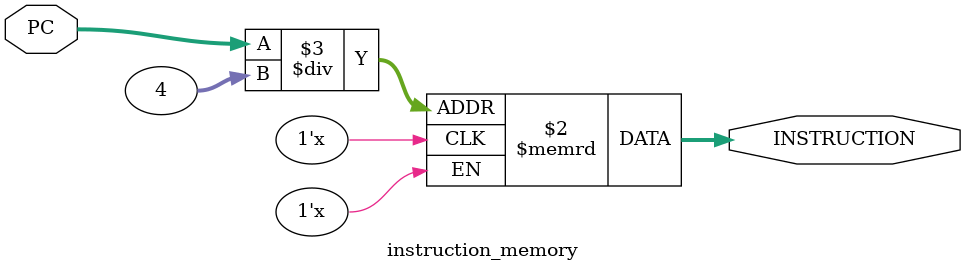
<source format=v>
module instruction_memory(PC,INSTRUCTION);
input [31:0] PC;
output reg [31:0] INSTRUCTION;

reg [31:0] mem[0:63]; //depth is 64 entry each entry is 32 bit

always @ (*)begin
INSTRUCTION=mem[PC/4];
end

endmodule

</source>
